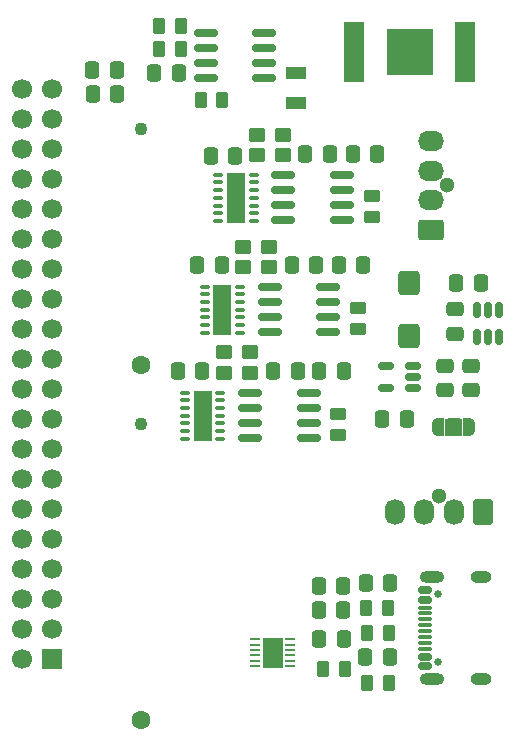
<source format=gbr>
%TF.GenerationSoftware,KiCad,Pcbnew,9.0.6-unknown-1000.20251110git96868b2.fc41*%
%TF.CreationDate,2025-12-16T17:43:44-08:00*%
%TF.ProjectId,Telemetry-Logging-Board,54656c65-6d65-4747-9279-2d4c6f676769,rev?*%
%TF.SameCoordinates,Original*%
%TF.FileFunction,Soldermask,Top*%
%TF.FilePolarity,Negative*%
%FSLAX46Y46*%
G04 Gerber Fmt 4.6, Leading zero omitted, Abs format (unit mm)*
G04 Created by KiCad (PCBNEW 9.0.6-unknown-1000.20251110git96868b2.fc41) date 2025-12-16 17:43:44*
%MOMM*%
%LPD*%
G01*
G04 APERTURE LIST*
G04 Aperture macros list*
%AMRoundRect*
0 Rectangle with rounded corners*
0 $1 Rounding radius*
0 $2 $3 $4 $5 $6 $7 $8 $9 X,Y pos of 4 corners*
0 Add a 4 corners polygon primitive as box body*
4,1,4,$2,$3,$4,$5,$6,$7,$8,$9,$2,$3,0*
0 Add four circle primitives for the rounded corners*
1,1,$1+$1,$2,$3*
1,1,$1+$1,$4,$5*
1,1,$1+$1,$6,$7*
1,1,$1+$1,$8,$9*
0 Add four rect primitives between the rounded corners*
20,1,$1+$1,$2,$3,$4,$5,0*
20,1,$1+$1,$4,$5,$6,$7,0*
20,1,$1+$1,$6,$7,$8,$9,0*
20,1,$1+$1,$8,$9,$2,$3,0*%
%AMFreePoly0*
4,1,23,0.550000,-0.750000,0.000000,-0.750000,0.000000,-0.745722,-0.065263,-0.745722,-0.191342,-0.711940,-0.304381,-0.646677,-0.396677,-0.554381,-0.461940,-0.441342,-0.495722,-0.315263,-0.495722,-0.250000,-0.500000,-0.250000,-0.500000,0.250000,-0.495722,0.250000,-0.495722,0.315263,-0.461940,0.441342,-0.396677,0.554381,-0.304381,0.646677,-0.191342,0.711940,-0.065263,0.745722,0.000000,0.745722,
0.000000,0.750000,0.550000,0.750000,0.550000,-0.750000,0.550000,-0.750000,$1*%
%AMFreePoly1*
4,1,23,0.000000,0.745722,0.065263,0.745722,0.191342,0.711940,0.304381,0.646677,0.396677,0.554381,0.461940,0.441342,0.495722,0.315263,0.495722,0.250000,0.500000,0.250000,0.500000,-0.250000,0.495722,-0.250000,0.495722,-0.315263,0.461940,-0.441342,0.396677,-0.554381,0.304381,-0.646677,0.191342,-0.711940,0.065263,-0.745722,0.000000,-0.745722,0.000000,-0.750000,-0.550000,-0.750000,
-0.550000,0.750000,0.000000,0.750000,0.000000,0.745722,0.000000,0.745722,$1*%
G04 Aperture macros list end*
%ADD10RoundRect,0.250000X0.262500X0.450000X-0.262500X0.450000X-0.262500X-0.450000X0.262500X-0.450000X0*%
%ADD11RoundRect,0.250000X-0.337500X-0.475000X0.337500X-0.475000X0.337500X0.475000X-0.337500X0.475000X0*%
%ADD12RoundRect,0.250000X-0.450000X0.262500X-0.450000X-0.262500X0.450000X-0.262500X0.450000X0.262500X0*%
%ADD13RoundRect,0.250000X0.450000X0.350000X-0.450000X0.350000X-0.450000X-0.350000X0.450000X-0.350000X0*%
%ADD14R,1.700000X1.700000*%
%ADD15C,1.700000*%
%ADD16RoundRect,0.250000X0.475000X-0.337500X0.475000X0.337500X-0.475000X0.337500X-0.475000X-0.337500X0*%
%ADD17C,1.300000*%
%ADD18RoundRect,0.250000X0.850000X0.600000X-0.850000X0.600000X-0.850000X-0.600000X0.850000X-0.600000X0*%
%ADD19O,2.200000X1.700000*%
%ADD20RoundRect,0.250000X-0.650000X0.750000X-0.650000X-0.750000X0.650000X-0.750000X0.650000X0.750000X0*%
%ADD21RoundRect,0.250000X-0.262500X-0.450000X0.262500X-0.450000X0.262500X0.450000X-0.262500X0.450000X0*%
%ADD22RoundRect,0.250000X0.337500X0.475000X-0.337500X0.475000X-0.337500X-0.475000X0.337500X-0.475000X0*%
%ADD23RoundRect,0.250000X-0.600000X0.850000X-0.600000X-0.850000X0.600000X-0.850000X0.600000X0.850000X0*%
%ADD24O,1.700000X2.200000*%
%ADD25RoundRect,0.150000X-0.825000X-0.150000X0.825000X-0.150000X0.825000X0.150000X-0.825000X0.150000X0*%
%ADD26RoundRect,0.050000X0.350000X0.050000X-0.350000X0.050000X-0.350000X-0.050000X0.350000X-0.050000X0*%
%ADD27R,1.700000X2.500000*%
%ADD28R,1.780000X5.080000*%
%ADD29R,3.960000X3.960000*%
%ADD30O,0.850000X0.350000*%
%ADD31R,1.650000X4.250000*%
%ADD32RoundRect,0.150000X0.825000X0.150000X-0.825000X0.150000X-0.825000X-0.150000X0.825000X-0.150000X0*%
%ADD33FreePoly0,0.000000*%
%ADD34R,1.000000X1.500000*%
%ADD35FreePoly1,0.000000*%
%ADD36C,0.650000*%
%ADD37RoundRect,0.150000X0.425000X-0.150000X0.425000X0.150000X-0.425000X0.150000X-0.425000X-0.150000X0*%
%ADD38RoundRect,0.075000X0.500000X-0.075000X0.500000X0.075000X-0.500000X0.075000X-0.500000X-0.075000X0*%
%ADD39O,2.100000X1.000000*%
%ADD40O,1.800000X1.000000*%
%ADD41RoundRect,0.150000X0.150000X-0.512500X0.150000X0.512500X-0.150000X0.512500X-0.150000X-0.512500X0*%
%ADD42R,1.800000X1.000000*%
%ADD43RoundRect,0.250000X-0.475000X0.337500X-0.475000X-0.337500X0.475000X-0.337500X0.475000X0.337500X0*%
%ADD44RoundRect,0.150000X0.512500X0.150000X-0.512500X0.150000X-0.512500X-0.150000X0.512500X-0.150000X0*%
%ADD45C,1.100000*%
%ADD46C,1.600000*%
G04 APERTURE END LIST*
%TO.C,JP1*%
G36*
X159500000Y-64000000D02*
G01*
X161000000Y-64000000D01*
X161000000Y-65500000D01*
X159500000Y-65500000D01*
X159500000Y-64000000D01*
G37*
%TD*%
D10*
%TO.C,R9*%
X154775000Y-82180000D03*
X152950000Y-82180000D03*
%TD*%
D11*
%TO.C,C19*%
X152825000Y-77930000D03*
X154900000Y-77930000D03*
%TD*%
D12*
%TO.C,R5*%
X152162500Y-54618750D03*
X152162500Y-56443750D03*
%TD*%
D13*
%TO.C,Y2*%
X144662500Y-49466250D03*
X142462500Y-49466250D03*
X142462500Y-51166250D03*
X144662500Y-51166250D03*
%TD*%
D14*
%TO.C,J1*%
X126275000Y-84375000D03*
D15*
X123735000Y-84375000D03*
X126275000Y-81835000D03*
X123735000Y-81835000D03*
X126275000Y-79295000D03*
X123735000Y-79295000D03*
X126275000Y-76755000D03*
X123735000Y-76755000D03*
X126275000Y-74215000D03*
X123735000Y-74215000D03*
X126275000Y-71675000D03*
X123735000Y-71675000D03*
X126275000Y-69135000D03*
X123735000Y-69135000D03*
X126275000Y-66595000D03*
X123735000Y-66595000D03*
X126275000Y-64055000D03*
X123735000Y-64055000D03*
X126275000Y-61515000D03*
X123735000Y-61515000D03*
X126275000Y-58975000D03*
X123735000Y-58975000D03*
X126275000Y-56435000D03*
X123735000Y-56435000D03*
X126275000Y-53895000D03*
X123735000Y-53895000D03*
X126275000Y-51355000D03*
X123735000Y-51355000D03*
X126275000Y-48815000D03*
X123735000Y-48815000D03*
X126275000Y-46275000D03*
X123735000Y-46275000D03*
X126275000Y-43735000D03*
X123735000Y-43735000D03*
X126275000Y-41195000D03*
X123735000Y-41195000D03*
X126275000Y-38655000D03*
X123735000Y-38655000D03*
X126275000Y-36115000D03*
X123735000Y-36115000D03*
%TD*%
D16*
%TO.C,C5*%
X159500000Y-61587500D03*
X159500000Y-59512500D03*
%TD*%
D17*
%TO.C,J6*%
X159665000Y-44250000D03*
D18*
X158325000Y-48000000D03*
D19*
X158325000Y-45500000D03*
X158325000Y-43000000D03*
X158325000Y-40500000D03*
%TD*%
D20*
%TO.C,L1*%
X156500000Y-52500000D03*
X156500000Y-57000000D03*
%TD*%
D21*
%TO.C,R3*%
X138837500Y-37000000D03*
X140662500Y-37000000D03*
%TD*%
D11*
%TO.C,C22*%
X148825000Y-80180000D03*
X150900000Y-80180000D03*
%TD*%
D22*
%TO.C,C17*%
X150937500Y-82680000D03*
X148862500Y-82680000D03*
%TD*%
D17*
%TO.C,J3*%
X159000000Y-70585000D03*
D23*
X162750000Y-71925000D03*
D24*
X160250000Y-71925000D03*
X157750000Y-71925000D03*
X155250000Y-71925000D03*
%TD*%
D11*
%TO.C,C12*%
X150537500Y-51031250D03*
X152612500Y-51031250D03*
%TD*%
%TO.C,C16*%
X148825000Y-78180000D03*
X150900000Y-78180000D03*
%TD*%
D21*
%TO.C,R1*%
X135337500Y-30750000D03*
X137162500Y-30750000D03*
%TD*%
D25*
%TO.C,U5*%
X143025000Y-61845000D03*
X143025000Y-63115000D03*
X143025000Y-64385000D03*
X143025000Y-65655000D03*
X147975000Y-65655000D03*
X147975000Y-64385000D03*
X147975000Y-63115000D03*
X147975000Y-61845000D03*
%TD*%
D22*
%TO.C,C11*%
X140612500Y-51031250D03*
X138537500Y-51031250D03*
%TD*%
D12*
%TO.C,R6*%
X153320000Y-45147500D03*
X153320000Y-46972500D03*
%TD*%
D26*
%TO.C,U10*%
X146372000Y-84941913D03*
X146372000Y-84491913D03*
X146372000Y-84041913D03*
X146372000Y-83591913D03*
X146372000Y-83141913D03*
X146372000Y-82691913D03*
X143472000Y-82691913D03*
X143472000Y-83141913D03*
X143472000Y-83591913D03*
X143472000Y-84041913D03*
X143472000Y-84491913D03*
X143472000Y-84941913D03*
D27*
X144922000Y-83816913D03*
%TD*%
D13*
%TO.C,Y3*%
X143000000Y-58400000D03*
X140800000Y-58400000D03*
X140800000Y-60100000D03*
X143000000Y-60100000D03*
%TD*%
D28*
%TO.C,BT1*%
X161250000Y-33000000D03*
X151850000Y-33000000D03*
D29*
X156550000Y-33000000D03*
%TD*%
D25*
%TO.C,U9*%
X145845000Y-43405000D03*
X145845000Y-44675000D03*
X145845000Y-45945000D03*
X145845000Y-47215000D03*
X150795000Y-47215000D03*
X150795000Y-45945000D03*
X150795000Y-44675000D03*
X150795000Y-43405000D03*
%TD*%
D22*
%TO.C,C14*%
X141770000Y-41795000D03*
X139695000Y-41795000D03*
%TD*%
D13*
%TO.C,Y4*%
X145820000Y-39995000D03*
X143620000Y-39995000D03*
X143620000Y-41695000D03*
X145820000Y-41695000D03*
%TD*%
D12*
%TO.C,R4*%
X150500000Y-63587500D03*
X150500000Y-65412500D03*
%TD*%
D22*
%TO.C,C8*%
X138950000Y-60000000D03*
X136875000Y-60000000D03*
%TD*%
%TO.C,C23*%
X131787500Y-36500000D03*
X129712500Y-36500000D03*
%TD*%
D10*
%TO.C,R10*%
X154687500Y-80070000D03*
X152862500Y-80070000D03*
%TD*%
D21*
%TO.C,R2*%
X135337500Y-32750000D03*
X137162500Y-32750000D03*
%TD*%
D11*
%TO.C,C10*%
X146537500Y-51031250D03*
X148612500Y-51031250D03*
%TD*%
D22*
%TO.C,C1*%
X137000000Y-34750000D03*
X134925000Y-34750000D03*
%TD*%
%TO.C,C3*%
X162562500Y-52500000D03*
X160487500Y-52500000D03*
%TD*%
D30*
%TO.C,U4*%
X140500000Y-65700000D03*
X140500000Y-65050000D03*
X140500000Y-64400000D03*
X140500000Y-63750000D03*
X140500000Y-63100000D03*
X140500000Y-62450000D03*
X140500000Y-61800000D03*
X137500000Y-61800000D03*
X137500000Y-62450000D03*
X137500000Y-63100000D03*
X137500000Y-63750000D03*
X137500000Y-64400000D03*
X137500000Y-65050000D03*
X137500000Y-65700000D03*
D31*
X139000000Y-63750000D03*
%TD*%
D32*
%TO.C,U1*%
X144225000Y-35155000D03*
X144225000Y-33885000D03*
X144225000Y-32615000D03*
X144225000Y-31345000D03*
X139275000Y-31345000D03*
X139275000Y-32615000D03*
X139275000Y-33885000D03*
X139275000Y-35155000D03*
%TD*%
D10*
%TO.C,R7*%
X154775000Y-86430000D03*
X152950000Y-86430000D03*
%TD*%
D25*
%TO.C,U7*%
X144687500Y-52876250D03*
X144687500Y-54146250D03*
X144687500Y-55416250D03*
X144687500Y-56686250D03*
X149637500Y-56686250D03*
X149637500Y-55416250D03*
X149637500Y-54146250D03*
X149637500Y-52876250D03*
%TD*%
D33*
%TO.C,JP1*%
X158950000Y-64750000D03*
D34*
X160250000Y-64750000D03*
D35*
X161550000Y-64750000D03*
%TD*%
D30*
%TO.C,U6*%
X142162500Y-56731250D03*
X142162500Y-56081250D03*
X142162500Y-55431250D03*
X142162500Y-54781250D03*
X142162500Y-54131250D03*
X142162500Y-53481250D03*
X142162500Y-52831250D03*
X139162500Y-52831250D03*
X139162500Y-53481250D03*
X139162500Y-54131250D03*
X139162500Y-54781250D03*
X139162500Y-55431250D03*
X139162500Y-56081250D03*
X139162500Y-56731250D03*
D31*
X140662500Y-54781250D03*
%TD*%
D36*
%TO.C,J8*%
X158895000Y-84640000D03*
X158895000Y-78860000D03*
D37*
X157820000Y-84950000D03*
X157820000Y-84150000D03*
D38*
X157820000Y-83000000D03*
X157820000Y-82000000D03*
X157820000Y-81500000D03*
X157820000Y-80500000D03*
D37*
X157820000Y-79350000D03*
X157820000Y-78550000D03*
X157820000Y-78550000D03*
X157820000Y-79350000D03*
D38*
X157820000Y-80000000D03*
X157820000Y-81000000D03*
X157820000Y-82500000D03*
X157820000Y-83500000D03*
D37*
X157820000Y-84150000D03*
X157820000Y-84950000D03*
D39*
X158395000Y-86070000D03*
D40*
X162575000Y-86070000D03*
D39*
X158395000Y-77430000D03*
D40*
X162575000Y-77430000D03*
%TD*%
D11*
%TO.C,C7*%
X144962500Y-60000000D03*
X147037500Y-60000000D03*
%TD*%
%TO.C,C9*%
X148875000Y-60000000D03*
X150950000Y-60000000D03*
%TD*%
D41*
%TO.C,U2*%
X162200000Y-57075000D03*
X163150000Y-57075000D03*
X164100000Y-57075000D03*
X164100000Y-54800000D03*
X163150000Y-54800000D03*
X162200000Y-54800000D03*
%TD*%
D42*
%TO.C,Y1*%
X146912500Y-34750000D03*
X146912500Y-37250000D03*
%TD*%
D10*
%TO.C,R8*%
X151025000Y-85180000D03*
X149200000Y-85180000D03*
%TD*%
D16*
%TO.C,C2*%
X161750000Y-61587500D03*
X161750000Y-59512500D03*
%TD*%
D11*
%TO.C,C15*%
X151695000Y-41560000D03*
X153770000Y-41560000D03*
%TD*%
D30*
%TO.C,U8*%
X143320000Y-47260000D03*
X143320000Y-46610000D03*
X143320000Y-45960000D03*
X143320000Y-45310000D03*
X143320000Y-44660000D03*
X143320000Y-44010000D03*
X143320000Y-43360000D03*
X140320000Y-43360000D03*
X140320000Y-44010000D03*
X140320000Y-44660000D03*
X140320000Y-45310000D03*
X140320000Y-45960000D03*
X140320000Y-46610000D03*
X140320000Y-47260000D03*
D31*
X141820000Y-45310000D03*
%TD*%
D22*
%TO.C,C21*%
X131737500Y-34500000D03*
X129662500Y-34500000D03*
%TD*%
D43*
%TO.C,C4*%
X160400000Y-54750000D03*
X160400000Y-56825000D03*
%TD*%
D11*
%TO.C,C13*%
X147695000Y-41560000D03*
X149770000Y-41560000D03*
%TD*%
D44*
%TO.C,U3*%
X156775000Y-61450000D03*
X156775000Y-60500000D03*
X156775000Y-59550000D03*
X154500000Y-59550000D03*
X154500000Y-61450000D03*
%TD*%
D22*
%TO.C,C18*%
X154862500Y-84180000D03*
X152787500Y-84180000D03*
%TD*%
%TO.C,C6*%
X156287500Y-64000000D03*
X154212500Y-64000000D03*
%TD*%
D45*
%TO.C,J9*%
X133750000Y-39500000D03*
D46*
X133750000Y-59500000D03*
%TD*%
%TO.C,J2*%
X133750000Y-89500000D03*
D45*
X133750000Y-64500000D03*
%TD*%
M02*

</source>
